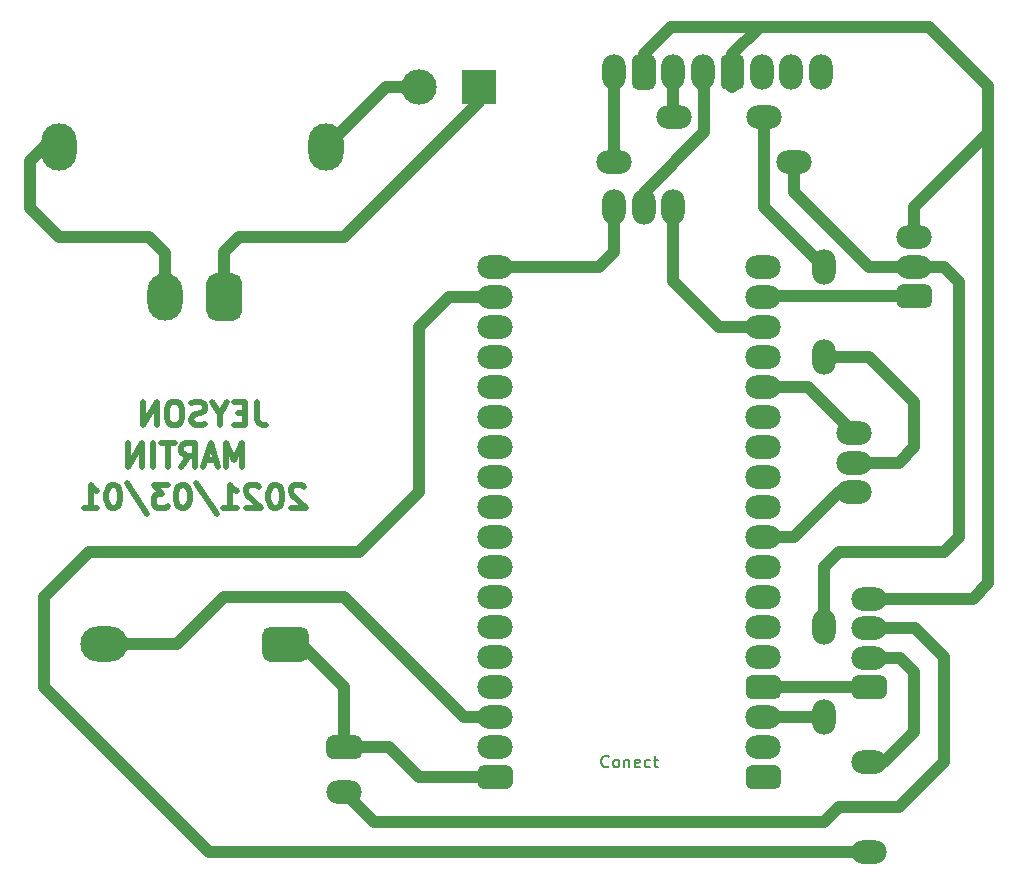
<source format=gbr>
%TF.GenerationSoftware,KiCad,Pcbnew,(5.1.6)-1*%
%TF.CreationDate,2021-03-04T10:09:37+01:00*%
%TF.ProjectId,BukaerakoErronkaV1,42756b61-6572-4616-9b6f-4572726f6e6b,rev?*%
%TF.SameCoordinates,Original*%
%TF.FileFunction,Copper,L2,Bot*%
%TF.FilePolarity,Positive*%
%FSLAX46Y46*%
G04 Gerber Fmt 4.6, Leading zero omitted, Abs format (unit mm)*
G04 Created by KiCad (PCBNEW (5.1.6)-1) date 2021-03-04 10:09:37*
%MOMM*%
%LPD*%
G01*
G04 APERTURE LIST*
%TA.AperFunction,NonConductor*%
%ADD10C,0.150000*%
%TD*%
%TA.AperFunction,NonConductor*%
%ADD11C,0.500000*%
%TD*%
%TA.AperFunction,ComponentPad*%
%ADD12O,3.000000X2.000000*%
%TD*%
%TA.AperFunction,ComponentPad*%
%ADD13O,2.000000X3.000000*%
%TD*%
%TA.AperFunction,ComponentPad*%
%ADD14O,4.000000X3.000000*%
%TD*%
%TA.AperFunction,ComponentPad*%
%ADD15O,3.000000X4.000000*%
%TD*%
%TA.AperFunction,ComponentPad*%
%ADD16R,3.000000X3.000000*%
%TD*%
%TA.AperFunction,ComponentPad*%
%ADD17O,3.000000X3.000000*%
%TD*%
%TA.AperFunction,Conductor*%
%ADD18C,1.000000*%
%TD*%
G04 APERTURE END LIST*
D10*
X126531904Y-140057142D02*
X126484285Y-140104761D01*
X126341428Y-140152380D01*
X126246190Y-140152380D01*
X126103333Y-140104761D01*
X126008095Y-140009523D01*
X125960476Y-139914285D01*
X125912857Y-139723809D01*
X125912857Y-139580952D01*
X125960476Y-139390476D01*
X126008095Y-139295238D01*
X126103333Y-139200000D01*
X126246190Y-139152380D01*
X126341428Y-139152380D01*
X126484285Y-139200000D01*
X126531904Y-139247619D01*
X127103333Y-140152380D02*
X127008095Y-140104761D01*
X126960476Y-140057142D01*
X126912857Y-139961904D01*
X126912857Y-139676190D01*
X126960476Y-139580952D01*
X127008095Y-139533333D01*
X127103333Y-139485714D01*
X127246190Y-139485714D01*
X127341428Y-139533333D01*
X127389047Y-139580952D01*
X127436666Y-139676190D01*
X127436666Y-139961904D01*
X127389047Y-140057142D01*
X127341428Y-140104761D01*
X127246190Y-140152380D01*
X127103333Y-140152380D01*
X127865238Y-139485714D02*
X127865238Y-140152380D01*
X127865238Y-139580952D02*
X127912857Y-139533333D01*
X128008095Y-139485714D01*
X128150952Y-139485714D01*
X128246190Y-139533333D01*
X128293809Y-139628571D01*
X128293809Y-140152380D01*
X129150952Y-140104761D02*
X129055714Y-140152380D01*
X128865238Y-140152380D01*
X128770000Y-140104761D01*
X128722380Y-140009523D01*
X128722380Y-139628571D01*
X128770000Y-139533333D01*
X128865238Y-139485714D01*
X129055714Y-139485714D01*
X129150952Y-139533333D01*
X129198571Y-139628571D01*
X129198571Y-139723809D01*
X128722380Y-139819047D01*
X130055714Y-140104761D02*
X129960476Y-140152380D01*
X129770000Y-140152380D01*
X129674761Y-140104761D01*
X129627142Y-140057142D01*
X129579523Y-139961904D01*
X129579523Y-139676190D01*
X129627142Y-139580952D01*
X129674761Y-139533333D01*
X129770000Y-139485714D01*
X129960476Y-139485714D01*
X130055714Y-139533333D01*
X130341428Y-139485714D02*
X130722380Y-139485714D01*
X130484285Y-139152380D02*
X130484285Y-140009523D01*
X130531904Y-140104761D01*
X130627142Y-140152380D01*
X130722380Y-140152380D01*
D11*
X96725714Y-109196761D02*
X96725714Y-110625333D01*
X96820952Y-110911047D01*
X97011428Y-111101523D01*
X97297142Y-111196761D01*
X97487619Y-111196761D01*
X95773333Y-110149142D02*
X95106666Y-110149142D01*
X94820952Y-111196761D02*
X95773333Y-111196761D01*
X95773333Y-109196761D01*
X94820952Y-109196761D01*
X93582857Y-110244380D02*
X93582857Y-111196761D01*
X94249523Y-109196761D02*
X93582857Y-110244380D01*
X92916190Y-109196761D01*
X92344761Y-111101523D02*
X92059047Y-111196761D01*
X91582857Y-111196761D01*
X91392380Y-111101523D01*
X91297142Y-111006285D01*
X91201904Y-110815809D01*
X91201904Y-110625333D01*
X91297142Y-110434857D01*
X91392380Y-110339619D01*
X91582857Y-110244380D01*
X91963809Y-110149142D01*
X92154285Y-110053904D01*
X92249523Y-109958666D01*
X92344761Y-109768190D01*
X92344761Y-109577714D01*
X92249523Y-109387238D01*
X92154285Y-109292000D01*
X91963809Y-109196761D01*
X91487619Y-109196761D01*
X91201904Y-109292000D01*
X89963809Y-109196761D02*
X89582857Y-109196761D01*
X89392380Y-109292000D01*
X89201904Y-109482476D01*
X89106666Y-109863428D01*
X89106666Y-110530095D01*
X89201904Y-110911047D01*
X89392380Y-111101523D01*
X89582857Y-111196761D01*
X89963809Y-111196761D01*
X90154285Y-111101523D01*
X90344761Y-110911047D01*
X90440000Y-110530095D01*
X90440000Y-109863428D01*
X90344761Y-109482476D01*
X90154285Y-109292000D01*
X89963809Y-109196761D01*
X88249523Y-111196761D02*
X88249523Y-109196761D01*
X87106666Y-111196761D01*
X87106666Y-109196761D01*
X95487619Y-114696761D02*
X95487619Y-112696761D01*
X94820952Y-114125333D01*
X94154285Y-112696761D01*
X94154285Y-114696761D01*
X93297142Y-114125333D02*
X92344761Y-114125333D01*
X93487619Y-114696761D02*
X92820952Y-112696761D01*
X92154285Y-114696761D01*
X90344761Y-114696761D02*
X91011428Y-113744380D01*
X91487619Y-114696761D02*
X91487619Y-112696761D01*
X90725714Y-112696761D01*
X90535238Y-112792000D01*
X90440000Y-112887238D01*
X90344761Y-113077714D01*
X90344761Y-113363428D01*
X90440000Y-113553904D01*
X90535238Y-113649142D01*
X90725714Y-113744380D01*
X91487619Y-113744380D01*
X89773333Y-112696761D02*
X88630476Y-112696761D01*
X89201904Y-114696761D02*
X89201904Y-112696761D01*
X87963809Y-114696761D02*
X87963809Y-112696761D01*
X87011428Y-114696761D02*
X87011428Y-112696761D01*
X85868571Y-114696761D01*
X85868571Y-112696761D01*
X100773333Y-116387238D02*
X100678095Y-116292000D01*
X100487619Y-116196761D01*
X100011428Y-116196761D01*
X99820952Y-116292000D01*
X99725714Y-116387238D01*
X99630476Y-116577714D01*
X99630476Y-116768190D01*
X99725714Y-117053904D01*
X100868571Y-118196761D01*
X99630476Y-118196761D01*
X98392380Y-116196761D02*
X98201904Y-116196761D01*
X98011428Y-116292000D01*
X97916190Y-116387238D01*
X97820952Y-116577714D01*
X97725714Y-116958666D01*
X97725714Y-117434857D01*
X97820952Y-117815809D01*
X97916190Y-118006285D01*
X98011428Y-118101523D01*
X98201904Y-118196761D01*
X98392380Y-118196761D01*
X98582857Y-118101523D01*
X98678095Y-118006285D01*
X98773333Y-117815809D01*
X98868571Y-117434857D01*
X98868571Y-116958666D01*
X98773333Y-116577714D01*
X98678095Y-116387238D01*
X98582857Y-116292000D01*
X98392380Y-116196761D01*
X96963809Y-116387238D02*
X96868571Y-116292000D01*
X96678095Y-116196761D01*
X96201904Y-116196761D01*
X96011428Y-116292000D01*
X95916190Y-116387238D01*
X95820952Y-116577714D01*
X95820952Y-116768190D01*
X95916190Y-117053904D01*
X97059047Y-118196761D01*
X95820952Y-118196761D01*
X93916190Y-118196761D02*
X95059047Y-118196761D01*
X94487619Y-118196761D02*
X94487619Y-116196761D01*
X94678095Y-116482476D01*
X94868571Y-116672952D01*
X95059047Y-116768190D01*
X91630476Y-116101523D02*
X93344761Y-118672952D01*
X90582857Y-116196761D02*
X90392380Y-116196761D01*
X90201904Y-116292000D01*
X90106666Y-116387238D01*
X90011428Y-116577714D01*
X89916190Y-116958666D01*
X89916190Y-117434857D01*
X90011428Y-117815809D01*
X90106666Y-118006285D01*
X90201904Y-118101523D01*
X90392380Y-118196761D01*
X90582857Y-118196761D01*
X90773333Y-118101523D01*
X90868571Y-118006285D01*
X90963809Y-117815809D01*
X91059047Y-117434857D01*
X91059047Y-116958666D01*
X90963809Y-116577714D01*
X90868571Y-116387238D01*
X90773333Y-116292000D01*
X90582857Y-116196761D01*
X89249523Y-116196761D02*
X88011428Y-116196761D01*
X88678095Y-116958666D01*
X88392380Y-116958666D01*
X88201904Y-117053904D01*
X88106666Y-117149142D01*
X88011428Y-117339619D01*
X88011428Y-117815809D01*
X88106666Y-118006285D01*
X88201904Y-118101523D01*
X88392380Y-118196761D01*
X88963809Y-118196761D01*
X89154285Y-118101523D01*
X89249523Y-118006285D01*
X85725714Y-116101523D02*
X87440000Y-118672952D01*
X84678095Y-116196761D02*
X84487619Y-116196761D01*
X84297142Y-116292000D01*
X84201904Y-116387238D01*
X84106666Y-116577714D01*
X84011428Y-116958666D01*
X84011428Y-117434857D01*
X84106666Y-117815809D01*
X84201904Y-118006285D01*
X84297142Y-118101523D01*
X84487619Y-118196761D01*
X84678095Y-118196761D01*
X84868571Y-118101523D01*
X84963809Y-118006285D01*
X85059047Y-117815809D01*
X85154285Y-117434857D01*
X85154285Y-116958666D01*
X85059047Y-116577714D01*
X84963809Y-116387238D01*
X84868571Y-116292000D01*
X84678095Y-116196761D01*
X82106666Y-118196761D02*
X83249523Y-118196761D01*
X82678095Y-118196761D02*
X82678095Y-116196761D01*
X82868571Y-116482476D01*
X83059047Y-116672952D01*
X83249523Y-116768190D01*
D12*
%TO.P,R5,2*%
%TO.N,Net-(R4-Pad1)*%
X139700000Y-85090000D03*
%TO.P,R5,1*%
%TO.N,SCL*%
X132080000Y-85090000D03*
%TD*%
D13*
%TO.P,R4,2*%
%TO.N,scl*%
X144780000Y-105410000D03*
%TO.P,R4,1*%
%TO.N,Net-(R4-Pad1)*%
X144780000Y-97790000D03*
%TD*%
%TO.P,R3,2*%
%TO.N,Vcc*%
X144780000Y-128270000D03*
%TO.P,R3,1*%
%TO.N,3V3*%
X144780000Y-135890000D03*
%TD*%
D12*
%TO.P,R2,2*%
%TO.N,Net-(J1-Pad1)*%
X127000000Y-88900000D03*
%TO.P,R2,1*%
%TO.N,Vcc*%
X142240000Y-88900000D03*
%TD*%
%TO.P,U1,18*%
%TO.N,GND*%
%TA.AperFunction,ComponentPad*%
G36*
G01*
X115920000Y-139970000D02*
X117920000Y-139970000D01*
G75*
G02*
X118420000Y-140470000I0J-500000D01*
G01*
X118420000Y-141470000D01*
G75*
G02*
X117920000Y-141970000I-500000J0D01*
G01*
X115920000Y-141970000D01*
G75*
G02*
X115420000Y-141470000I0J500000D01*
G01*
X115420000Y-140470000D01*
G75*
G02*
X115920000Y-139970000I500000J0D01*
G01*
G37*
%TD.AperFunction*%
%TO.P,U1,19*%
%TA.AperFunction,ComponentPad*%
G36*
G01*
X138620000Y-139970000D02*
X140620000Y-139970000D01*
G75*
G02*
X141120000Y-140470000I0J-500000D01*
G01*
X141120000Y-141470000D01*
G75*
G02*
X140620000Y-141970000I-500000J0D01*
G01*
X138620000Y-141970000D01*
G75*
G02*
X138120000Y-141470000I0J500000D01*
G01*
X138120000Y-140470000D01*
G75*
G02*
X138620000Y-139970000I500000J0D01*
G01*
G37*
%TD.AperFunction*%
%TO.P,U1,17*%
%TO.N,Net-(U1-Pad17)*%
X116920000Y-138430000D03*
%TO.P,U1,20*%
%TO.N,Net-(U1-Pad20)*%
X139620000Y-138430000D03*
%TO.P,U1,16*%
%TO.N,3V3*%
X116920000Y-135890000D03*
%TO.P,U1,21*%
X139620000Y-135890000D03*
%TO.P,U1,15*%
%TO.N,Net-(U1-Pad15)*%
X116920000Y-133350000D03*
%TO.P,U1,22*%
%TO.N,GND*%
%TA.AperFunction,ComponentPad*%
G36*
G01*
X138620000Y-132350000D02*
X140620000Y-132350000D01*
G75*
G02*
X141120000Y-132850000I0J-500000D01*
G01*
X141120000Y-133850000D01*
G75*
G02*
X140620000Y-134350000I-500000J0D01*
G01*
X138620000Y-134350000D01*
G75*
G02*
X138120000Y-133850000I0J500000D01*
G01*
X138120000Y-132850000D01*
G75*
G02*
X138620000Y-132350000I500000J0D01*
G01*
G37*
%TD.AperFunction*%
%TO.P,U1,14*%
%TO.N,Net-(U1-Pad14)*%
X116920000Y-130810000D03*
%TO.P,U1,23*%
%TO.N,Net-(U1-Pad23)*%
X139620000Y-130810000D03*
%TO.P,U1,13*%
%TO.N,Net-(U1-Pad13)*%
X116920000Y-128270000D03*
%TO.P,U1,24*%
%TO.N,Net-(U1-Pad24)*%
X139620000Y-128270000D03*
%TO.P,U1,12*%
%TO.N,Net-(U1-Pad12)*%
X116920000Y-125730000D03*
%TO.P,U1,25*%
%TO.N,Net-(U1-Pad25)*%
X139620000Y-125730000D03*
%TO.P,U1,11*%
%TO.N,Net-(U1-Pad11)*%
X116920000Y-123190000D03*
%TO.P,U1,26*%
%TO.N,Net-(U1-Pad26)*%
X139620000Y-123190000D03*
%TO.P,U1,10*%
%TO.N,Net-(U1-Pad10)*%
X116920000Y-120650000D03*
%TO.P,U1,27*%
%TO.N,22*%
X139620000Y-120650000D03*
%TO.P,U1,9*%
%TO.N,Net-(U1-Pad9)*%
X116920000Y-118110000D03*
%TO.P,U1,28*%
%TO.N,Net-(U1-Pad28)*%
X139620000Y-118110000D03*
%TO.P,U1,8*%
%TO.N,Net-(U1-Pad8)*%
X116920000Y-115570000D03*
%TO.P,U1,29*%
%TO.N,Net-(U1-Pad29)*%
X139620000Y-115570000D03*
%TO.P,U1,7*%
%TO.N,Net-(U1-Pad7)*%
X116920000Y-113030000D03*
%TO.P,U1,30*%
%TO.N,Net-(U1-Pad30)*%
X139620000Y-113030000D03*
%TO.P,U1,6*%
%TO.N,Net-(U1-Pad6)*%
X116920000Y-110490000D03*
%TO.P,U1,31*%
%TO.N,Net-(U1-Pad31)*%
X139620000Y-110490000D03*
%TO.P,U1,5*%
%TO.N,Net-(U1-Pad5)*%
X116920000Y-107950000D03*
%TO.P,U1,32*%
%TO.N,15*%
X139620000Y-107950000D03*
%TO.P,U1,4*%
%TO.N,Net-(U1-Pad4)*%
X116920000Y-105410000D03*
%TO.P,U1,33*%
%TO.N,Net-(U1-Pad33)*%
X139620000Y-105410000D03*
%TO.P,U1,3*%
%TO.N,Net-(U1-Pad3)*%
X116920000Y-102870000D03*
%TO.P,U1,34*%
%TO.N,4*%
X139620000Y-102870000D03*
%TO.P,U1,2*%
%TO.N,DIN*%
X116920000Y-100330000D03*
%TO.P,U1,35*%
%TO.N,17*%
X139620000Y-100330000D03*
%TO.P,U1,1*%
%TO.N,21*%
X116920000Y-97790000D03*
%TO.P,U1,36*%
%TO.N,Net-(U1-Pad36)*%
X139620000Y-97790000D03*
%TD*%
%TO.P,J5,3*%
%TO.N,15*%
X147320000Y-111840000D03*
%TO.P,J5,2*%
%TO.N,scl*%
X147320000Y-114340000D03*
%TO.P,J5,1*%
%TO.N,22*%
X147320000Y-116840000D03*
%TD*%
%TO.P,R1,2*%
%TO.N,DIN*%
X148590000Y-147320000D03*
%TO.P,R1,1*%
%TO.N,Net-(J4-Pad2)*%
X148590000Y-139700000D03*
%TD*%
D14*
%TO.P,PS1,4*%
%TO.N,3V3*%
X83780000Y-129730000D03*
D15*
%TO.P,PS1,2*%
%TO.N,Net-(F1-Pad1)*%
X88980000Y-100330000D03*
%TO.P,PS1,1*%
%TO.N,Net-(J7-Pad2)*%
%TA.AperFunction,ComponentPad*%
G36*
G01*
X93230000Y-98330000D02*
X94730000Y-98330000D01*
G75*
G02*
X95480000Y-99080000I0J-750000D01*
G01*
X95480000Y-101580000D01*
G75*
G02*
X94730000Y-102330000I-750000J0D01*
G01*
X93230000Y-102330000D01*
G75*
G02*
X92480000Y-101580000I0J750000D01*
G01*
X92480000Y-99080000D01*
G75*
G02*
X93230000Y-98330000I750000J0D01*
G01*
G37*
%TD.AperFunction*%
%TO.P,PS1,3*%
%TO.N,GND*%
%TA.AperFunction,ComponentPad*%
G36*
G01*
X97930000Y-128230000D02*
X100430000Y-128230000D01*
G75*
G02*
X101180000Y-128980000I0J-750000D01*
G01*
X101180000Y-130480000D01*
G75*
G02*
X100430000Y-131230000I-750000J0D01*
G01*
X97930000Y-131230000D01*
G75*
G02*
X97180000Y-130480000I0J750000D01*
G01*
X97180000Y-128980000D01*
G75*
G02*
X97930000Y-128230000I750000J0D01*
G01*
G37*
%TD.AperFunction*%
%TD*%
D13*
%TO.P,J1,8*%
%TO.N,Net-(J1-Pad8)*%
X144500000Y-81280000D03*
%TO.P,J1,7*%
%TO.N,Net-(J1-Pad7)*%
X142000000Y-81280000D03*
%TO.P,J1,6*%
%TO.N,Net-(J1-Pad6)*%
X139500000Y-81280000D03*
%TO.P,J1,5*%
%TO.N,GND*%
%TA.AperFunction,ComponentPad*%
G36*
G01*
X136000000Y-82280000D02*
X136000000Y-80280000D01*
G75*
G02*
X136500000Y-79780000I500000J0D01*
G01*
X137500000Y-79780000D01*
G75*
G02*
X138000000Y-80280000I0J-500000D01*
G01*
X138000000Y-82280000D01*
G75*
G02*
X137500000Y-82780000I-500000J0D01*
G01*
X136500000Y-82780000D01*
G75*
G02*
X136000000Y-82280000I0J500000D01*
G01*
G37*
%TD.AperFunction*%
%TO.P,J1,4*%
%TO.N,SDA*%
X134500000Y-81280000D03*
%TO.P,J1,3*%
%TO.N,SCL*%
X132000000Y-81280000D03*
%TO.P,J1,2*%
%TO.N,GND*%
%TA.AperFunction,ComponentPad*%
G36*
G01*
X128500000Y-82280000D02*
X128500000Y-80280000D01*
G75*
G02*
X129000000Y-79780000I500000J0D01*
G01*
X130000000Y-79780000D01*
G75*
G02*
X130500000Y-80280000I0J-500000D01*
G01*
X130500000Y-82280000D01*
G75*
G02*
X130000000Y-82780000I-500000J0D01*
G01*
X129000000Y-82780000D01*
G75*
G02*
X128500000Y-82280000I0J500000D01*
G01*
G37*
%TD.AperFunction*%
%TO.P,J1,1*%
%TO.N,Net-(J1-Pad1)*%
X127000000Y-81280000D03*
%TD*%
%TO.P,J6,3*%
%TO.N,4*%
X132000000Y-92710000D03*
%TO.P,J6,2*%
%TO.N,SDA*%
X129500000Y-92710000D03*
%TO.P,J6,1*%
%TO.N,21*%
X127000000Y-92710000D03*
%TD*%
D12*
%TO.P,J4,4*%
%TO.N,GND*%
X148590000Y-125850000D03*
%TO.P,J4,3*%
%TO.N,3.3V*%
X148590000Y-128350000D03*
%TO.P,J4,2*%
%TO.N,Net-(J4-Pad2)*%
X148590000Y-130850000D03*
%TO.P,J4,1*%
%TO.N,GND*%
%TA.AperFunction,ComponentPad*%
G36*
G01*
X149590000Y-134350000D02*
X147590000Y-134350000D01*
G75*
G02*
X147090000Y-133850000I0J500000D01*
G01*
X147090000Y-132850000D01*
G75*
G02*
X147590000Y-132350000I500000J0D01*
G01*
X149590000Y-132350000D01*
G75*
G02*
X150090000Y-132850000I0J-500000D01*
G01*
X150090000Y-133850000D01*
G75*
G02*
X149590000Y-134350000I-500000J0D01*
G01*
G37*
%TD.AperFunction*%
%TD*%
D15*
%TO.P,F1,2*%
%TO.N,Net-(F1-Pad2)*%
X102610000Y-87630000D03*
%TO.P,F1,1*%
%TO.N,Net-(F1-Pad1)*%
X80010000Y-87630000D03*
%TD*%
%TO.P,J2,3*%
%TO.N,17*%
%TA.AperFunction,ComponentPad*%
G36*
G01*
X151400000Y-99250000D02*
X153400000Y-99250000D01*
G75*
G02*
X153900000Y-99750000I0J-500000D01*
G01*
X153900000Y-100750000D01*
G75*
G02*
X153400000Y-101250000I-500000J0D01*
G01*
X151400000Y-101250000D01*
G75*
G02*
X150900000Y-100750000I0J500000D01*
G01*
X150900000Y-99750000D01*
G75*
G02*
X151400000Y-99250000I500000J0D01*
G01*
G37*
%TD.AperFunction*%
D12*
%TO.P,J2,2*%
%TO.N,Vcc*%
X152400000Y-97750000D03*
%TO.P,J2,1*%
%TO.N,GND*%
X152400000Y-95250000D03*
%TD*%
%TO.P,C1,2*%
%TO.N,GND*%
%TA.AperFunction,ComponentPad*%
G36*
G01*
X105140000Y-139440000D02*
X103140000Y-139440000D01*
G75*
G02*
X102640000Y-138940000I0J500000D01*
G01*
X102640000Y-137940000D01*
G75*
G02*
X103140000Y-137440000I500000J0D01*
G01*
X105140000Y-137440000D01*
G75*
G02*
X105640000Y-137940000I0J-500000D01*
G01*
X105640000Y-138940000D01*
G75*
G02*
X105140000Y-139440000I-500000J0D01*
G01*
G37*
%TD.AperFunction*%
%TO.P,C1,1*%
%TO.N,3.3V*%
X104140000Y-142240000D03*
%TD*%
D16*
%TO.P,J7,2*%
%TO.N,Net-(J7-Pad2)*%
X115570000Y-82550000D03*
D17*
%TO.P,J7,1*%
%TO.N,Net-(F1-Pad2)*%
X110490000Y-82550000D03*
%TD*%
D18*
%TO.N,GND*%
X99180000Y-129730000D02*
X100520000Y-129730000D01*
X104140000Y-133350000D02*
X104140000Y-138440000D01*
X100520000Y-129730000D02*
X104140000Y-133350000D01*
X104140000Y-138440000D02*
X107960000Y-138440000D01*
X110490000Y-140970000D02*
X116920000Y-140970000D01*
X107960000Y-138440000D02*
X110490000Y-140970000D01*
X139620000Y-133350000D02*
X148590000Y-133350000D01*
X137000000Y-81050000D02*
X137000000Y-82550000D01*
X157360000Y-125850000D02*
X148590000Y-125850000D01*
X158669990Y-124540010D02*
X157360000Y-125850000D01*
X158669990Y-86440010D02*
X158669990Y-124540010D01*
X152400000Y-95250000D02*
X152400000Y-92710000D01*
X152400000Y-92710000D02*
X158669990Y-86440010D01*
X153670000Y-77470000D02*
X158669990Y-82469990D01*
X129500000Y-81280000D02*
X129500000Y-79780000D01*
X158669990Y-82469990D02*
X158669990Y-86440010D01*
X129500000Y-79780000D02*
X131810000Y-77470000D01*
X139310000Y-77470000D02*
X139700000Y-77470000D01*
X137000000Y-81280000D02*
X137000000Y-79780000D01*
X137000000Y-79780000D02*
X139310000Y-77470000D01*
X131810000Y-77470000D02*
X139700000Y-77470000D01*
X139700000Y-77470000D02*
X153670000Y-77470000D01*
%TO.N,3V3*%
X114300000Y-135890000D02*
X116920000Y-135890000D01*
X104140000Y-125730000D02*
X114300000Y-135890000D01*
X93980000Y-125730000D02*
X104140000Y-125730000D01*
X83780000Y-129730000D02*
X89980000Y-129730000D01*
X89980000Y-129730000D02*
X93980000Y-125730000D01*
X139620000Y-135890000D02*
X139700000Y-135890000D01*
X139620000Y-135890000D02*
X144780000Y-135890000D01*
%TO.N,17*%
X139700000Y-100250000D02*
X139620000Y-100330000D01*
X152400000Y-100250000D02*
X139700000Y-100250000D01*
%TO.N,Net-(J4-Pad2)*%
X148590000Y-139700000D02*
X149860000Y-139700000D01*
X149860000Y-139700000D02*
X152400000Y-137160000D01*
X152400000Y-137160000D02*
X152400000Y-132080000D01*
X151170000Y-130850000D02*
X148590000Y-130850000D01*
X152400000Y-132080000D02*
X151170000Y-130850000D01*
%TO.N,DIN*%
X148590000Y-147320000D02*
X92710000Y-147320000D01*
X92710000Y-147320000D02*
X78740000Y-133350000D01*
X78740000Y-133350000D02*
X78740000Y-125730000D01*
X78740000Y-125730000D02*
X82550000Y-121920000D01*
X82550000Y-121920000D02*
X105410000Y-121920000D01*
X105410000Y-121920000D02*
X110490000Y-116840000D01*
X110490000Y-116840000D02*
X110490000Y-102870000D01*
X113030000Y-100330000D02*
X116920000Y-100330000D01*
X110490000Y-102870000D02*
X113030000Y-100330000D01*
%TO.N,SDA*%
X134500000Y-82550000D02*
X134620000Y-82550000D01*
X129500000Y-92710000D02*
X129500000Y-91480000D01*
X134620000Y-82670000D02*
X134500000Y-82550000D01*
X129500000Y-91480000D02*
X134620000Y-86360000D01*
X134620000Y-81400000D02*
X134500000Y-81280000D01*
X134620000Y-86360000D02*
X134620000Y-81400000D01*
%TO.N,SCL*%
X132000000Y-85010000D02*
X132080000Y-85090000D01*
X132000000Y-81280000D02*
X132000000Y-85010000D01*
%TO.N,15*%
X143430000Y-107950000D02*
X139620000Y-107950000D01*
X147320000Y-111840000D02*
X143430000Y-107950000D01*
%TO.N,21*%
X127000000Y-92710000D02*
X127000000Y-96520000D01*
X125730000Y-97790000D02*
X116920000Y-97790000D01*
X127000000Y-96520000D02*
X125730000Y-97790000D01*
%TO.N,4*%
X132000000Y-92710000D02*
X132000000Y-98980000D01*
X135890000Y-102870000D02*
X139620000Y-102870000D01*
X132000000Y-98980000D02*
X135890000Y-102870000D01*
%TO.N,22*%
X147320000Y-116840000D02*
X146050000Y-116840000D01*
X142240000Y-120650000D02*
X139620000Y-120650000D01*
X146050000Y-116840000D02*
X142240000Y-120650000D01*
%TO.N,Net-(F1-Pad2)*%
X107690000Y-82550000D02*
X102610000Y-87630000D01*
X110490000Y-82550000D02*
X107690000Y-82550000D01*
%TO.N,Net-(F1-Pad1)*%
X78740000Y-87630000D02*
X77550010Y-88819990D01*
X80010000Y-87630000D02*
X78740000Y-87630000D01*
X77550010Y-88819990D02*
X77550010Y-92790010D01*
X77550010Y-92790010D02*
X80010000Y-95250000D01*
X80010000Y-95250000D02*
X87630000Y-95250000D01*
X88980000Y-96600000D02*
X88980000Y-100330000D01*
X87630000Y-95250000D02*
X88980000Y-96600000D01*
%TO.N,3.3V*%
X154940000Y-130810000D02*
X152480000Y-128350000D01*
X154940000Y-139700000D02*
X154940000Y-130810000D01*
X106680000Y-144780000D02*
X144780000Y-144780000D01*
X151130000Y-143510000D02*
X154940000Y-139700000D01*
X152480000Y-128350000D02*
X148590000Y-128350000D01*
X104140000Y-142240000D02*
X106680000Y-144780000D01*
X144780000Y-144780000D02*
X146050000Y-143510000D01*
X146050000Y-143510000D02*
X151130000Y-143510000D01*
%TO.N,Net-(J7-Pad2)*%
X115570000Y-82550000D02*
X115570000Y-83820000D01*
X115570000Y-83820000D02*
X104140000Y-95250000D01*
X104140000Y-95250000D02*
X95250000Y-95250000D01*
X93980000Y-96520000D02*
X93980000Y-100330000D01*
X95250000Y-95250000D02*
X93980000Y-96520000D01*
%TO.N,Net-(J1-Pad1)*%
X127000000Y-81280000D02*
X127000000Y-88900000D01*
%TO.N,Vcc*%
X154900000Y-97750000D02*
X156210000Y-99060000D01*
X152400000Y-97750000D02*
X154900000Y-97750000D01*
X156210000Y-99060000D02*
X156210000Y-120650000D01*
X156210000Y-120650000D02*
X154940000Y-121920000D01*
X154940000Y-121920000D02*
X146050000Y-121920000D01*
X146050000Y-121920000D02*
X144780000Y-123190000D01*
X144780000Y-123190000D02*
X144780000Y-128270000D01*
X142240000Y-88900000D02*
X142240000Y-91440000D01*
X148550000Y-97750000D02*
X152400000Y-97750000D01*
X142240000Y-91440000D02*
X148550000Y-97750000D01*
%TO.N,scl*%
X144780000Y-105410000D02*
X148590000Y-105410000D01*
X148590000Y-105410000D02*
X152400000Y-109220000D01*
X152400000Y-109220000D02*
X152400000Y-113030000D01*
X151090000Y-114340000D02*
X147320000Y-114340000D01*
X152400000Y-113030000D02*
X151090000Y-114340000D01*
%TO.N,Net-(R4-Pad1)*%
X139700000Y-85090000D02*
X139700000Y-92710000D01*
X142240000Y-95250000D02*
X144780000Y-97790000D01*
X139700000Y-92710000D02*
X142240000Y-95250000D01*
%TD*%
M02*

</source>
